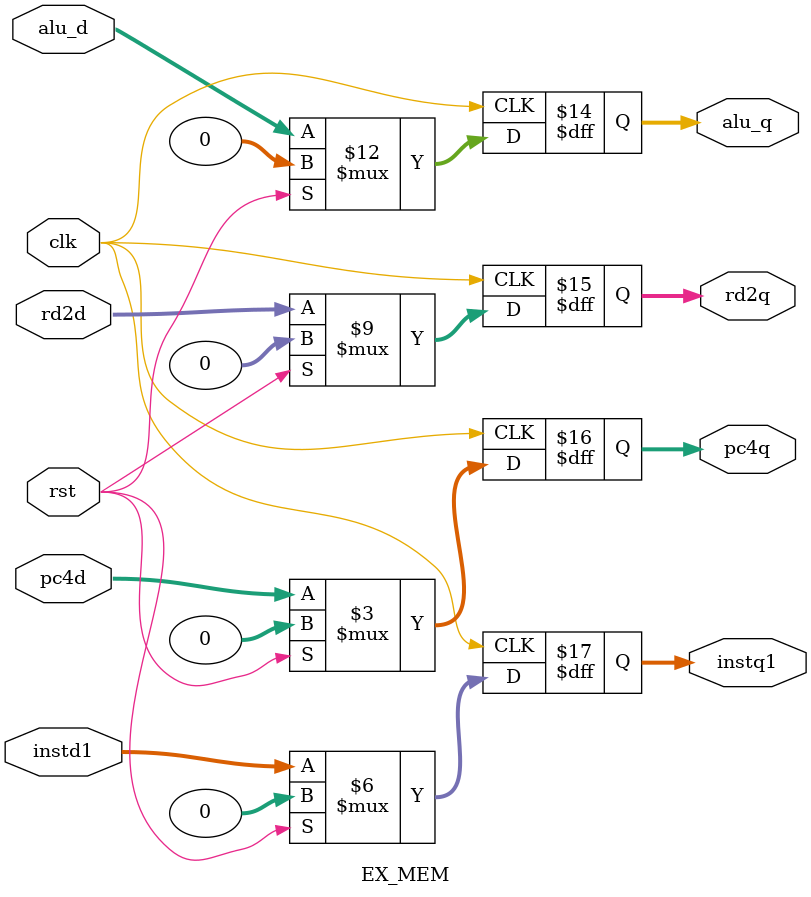
<source format=sv>
module EX_MEM (
    input  var logic        clk,
    input  var logic        rst,
    input  var logic [31:0] alu_d,
    input  var logic [31:0] rd2d,
    input  var logic [31:0] pc4d,
    input  var logic [31:0] instd1,
    output var logic [31:0] alu_q,
    output var logic [31:0] rd2q,
    output var logic [31:0] pc4q,
    output var logic [31:0] instq1
);
    always_ff @(posedge clk) begin
        if (rst) begin 
            alu_q       <= 32'b0;
            rd2q        <= 32'b0;
            instq1      <= 32'b0;
            pc4q        <= 32'b0;
        end
        else begin
            alu_q       <= alu_d;
            rd2q        <= rd2d;
            pc4q        <= pc4d;
            instq1      <= instd1;
        end
    end
endmodule
</source>
